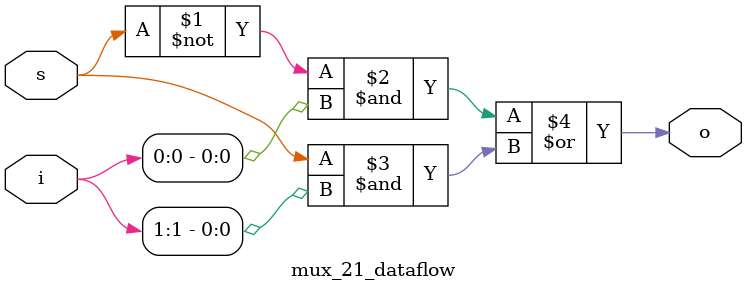
<source format=v>
`timescale 1ns / 1ps
module mux_21_dataflow(o, i , s);
	input [1:0]i;
	input s;
	output o;
	
	assign o = ~s&i[0] | s&i[1];

endmodule

</source>
